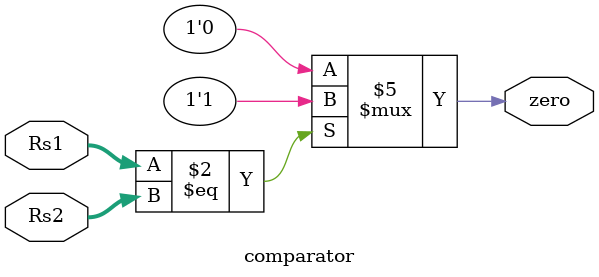
<source format=v>
module comparator(
    input [31:0] Rs1,
    input [31:0] Rs2,
    output reg zero
    );
    initial begin 
        zero <= 0;
    end
    always @(*) begin
        if(Rs1 == Rs2) begin
            zero <= 1;
        end
        else begin
            zero <= 0;
        end
    end
endmodule

</source>
